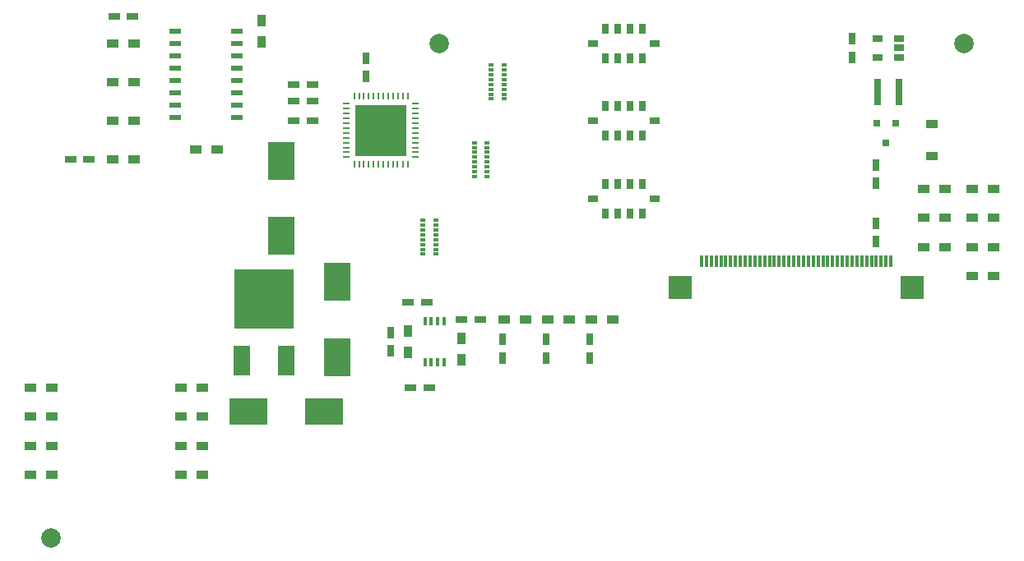
<source format=gbr>
G04 #@! TF.FileFunction,Paste,Top*
%FSLAX46Y46*%
G04 Gerber Fmt 4.6, Leading zero omitted, Abs format (unit mm)*
G04 Created by KiCad (PCBNEW 4.0.5+dfsg1-4) date Wed Jan 10 10:44:42 2018*
%MOMM*%
%LPD*%
G01*
G04 APERTURE LIST*
%ADD10C,0.100000*%
%ADD11R,2.700020X4.000500*%
%ADD12O,0.750000X0.250000*%
%ADD13O,0.250000X0.750000*%
%ADD14R,5.300000X5.300000*%
%ADD15R,0.600000X0.350000*%
%ADD16R,0.300000X1.200000*%
%ADD17R,2.400000X2.400000*%
%ADD18R,0.700000X1.000000*%
%ADD19R,1.000000X0.800000*%
%ADD20R,0.800100X0.800100*%
%ADD21R,0.800000X2.700000*%
%ADD22R,1.220000X0.910000*%
%ADD23R,1.200000X0.750000*%
%ADD24R,0.750000X1.200000*%
%ADD25R,4.000500X2.700020*%
%ADD26R,1.200000X0.900000*%
%ADD27R,0.900000X1.200000*%
%ADD28R,1.143000X0.508000*%
%ADD29R,1.651000X3.048000*%
%ADD30R,6.096000X6.096000*%
%ADD31R,0.420000X0.890000*%
%ADD32R,1.060000X0.650000*%
%ADD33C,2.000000*%
G04 APERTURE END LIST*
D10*
D11*
X101750000Y-80888740D03*
X101750000Y-73111260D03*
D12*
X115525000Y-69750000D03*
X115525000Y-70250000D03*
X115525000Y-70750000D03*
X115525000Y-71250000D03*
X115525000Y-71750000D03*
X115525000Y-72250000D03*
X115525000Y-72750000D03*
X115525000Y-69250000D03*
X115525000Y-68750000D03*
X115525000Y-68250000D03*
X115525000Y-67750000D03*
X108475000Y-67250000D03*
X108475000Y-67750000D03*
X108475000Y-68250000D03*
X108475000Y-68750000D03*
X108475000Y-69250000D03*
X108475000Y-69750000D03*
X108475000Y-70250000D03*
X108475000Y-70750000D03*
X108475000Y-71250000D03*
X108475000Y-71750000D03*
X108475000Y-72250000D03*
X108475000Y-72750000D03*
D13*
X112250000Y-66475000D03*
X112750000Y-66475000D03*
X113250000Y-66475000D03*
X113750000Y-66475000D03*
X114250000Y-66475000D03*
X114750000Y-66475000D03*
X111750000Y-66475000D03*
X111250000Y-66475000D03*
X110750000Y-66475000D03*
X110250000Y-66475000D03*
X109750000Y-66475000D03*
X109250000Y-66475000D03*
X114750000Y-73525000D03*
X114250000Y-73525000D03*
X113725000Y-73525000D03*
X113250000Y-73525000D03*
X112750000Y-73525000D03*
X112250000Y-73525000D03*
X111750000Y-73525000D03*
X111250000Y-73525000D03*
X110750000Y-73525000D03*
X110250000Y-73525000D03*
X109750000Y-73525000D03*
X109250000Y-73525000D03*
D12*
X115525000Y-67250000D03*
D14*
X112000000Y-70000000D03*
D15*
X116350000Y-79250000D03*
X116350000Y-79750000D03*
X116350000Y-80250000D03*
X116350000Y-80750000D03*
X116350000Y-81250000D03*
X116350000Y-81750000D03*
X116350000Y-82250000D03*
X116350000Y-82750000D03*
X117650000Y-82750000D03*
X117650000Y-82250000D03*
X117650000Y-81750000D03*
X117650000Y-81250000D03*
X117650000Y-80750000D03*
X117650000Y-80250000D03*
X117650000Y-79750000D03*
X117650000Y-79250000D03*
X121600000Y-71250000D03*
X121600000Y-71750000D03*
X121600000Y-72250000D03*
X121600000Y-72750000D03*
X121600000Y-73250000D03*
X121600000Y-73750000D03*
X121600000Y-74250000D03*
X121600000Y-74750000D03*
X122900000Y-74750000D03*
X122900000Y-74250000D03*
X122900000Y-73750000D03*
X122900000Y-73250000D03*
X122900000Y-72750000D03*
X122900000Y-72250000D03*
X122900000Y-71750000D03*
X122900000Y-71250000D03*
X123350000Y-63250000D03*
X123350000Y-63750000D03*
X123350000Y-64250000D03*
X123350000Y-64750000D03*
X123350000Y-65250000D03*
X123350000Y-65750000D03*
X123350000Y-66250000D03*
X123350000Y-66750000D03*
X124650000Y-66750000D03*
X124650000Y-66250000D03*
X124650000Y-65750000D03*
X124650000Y-65250000D03*
X124650000Y-64750000D03*
X124650000Y-64250000D03*
X124650000Y-63750000D03*
X124650000Y-63250000D03*
D16*
X164500000Y-83500000D03*
X164000000Y-83500000D03*
X163500000Y-83500000D03*
X163000000Y-83500000D03*
X162500000Y-83500000D03*
X162000000Y-83500000D03*
X161500000Y-83500000D03*
X161000000Y-83500000D03*
X160500000Y-83500000D03*
X160000000Y-83500000D03*
X159500000Y-83500000D03*
X159000000Y-83500000D03*
X158500000Y-83500000D03*
X158000000Y-83500000D03*
X157500000Y-83500000D03*
X157000000Y-83500000D03*
X156500000Y-83500000D03*
X156000000Y-83500000D03*
X155500000Y-83500000D03*
X155000000Y-83500000D03*
X154500000Y-83500000D03*
X154000000Y-83500000D03*
X153500000Y-83500000D03*
X153000000Y-83500000D03*
X152500000Y-83500000D03*
X152000000Y-83500000D03*
X151500000Y-83500000D03*
X151000000Y-83500000D03*
X150500000Y-83500000D03*
X150000000Y-83500000D03*
X149500000Y-83500000D03*
X149000000Y-83500000D03*
X148500000Y-83500000D03*
X148000000Y-83500000D03*
X147500000Y-83500000D03*
X147000000Y-83500000D03*
X146500000Y-83500000D03*
X146000000Y-83500000D03*
X145500000Y-83500000D03*
X145000000Y-83500000D03*
D17*
X166650000Y-86200000D03*
X142850000Y-86200000D03*
D18*
X135095000Y-59476000D03*
X136365000Y-59476000D03*
X137635000Y-59476000D03*
X138905000Y-59476000D03*
X135095000Y-62524000D03*
X136365000Y-62524000D03*
X137635000Y-62524000D03*
X138905000Y-62524000D03*
D19*
X133825000Y-61000000D03*
X140175000Y-61000000D03*
D18*
X135095000Y-67476000D03*
X136365000Y-67476000D03*
X137635000Y-67476000D03*
X138905000Y-67476000D03*
X135095000Y-70524000D03*
X136365000Y-70524000D03*
X137635000Y-70524000D03*
X138905000Y-70524000D03*
D19*
X133825000Y-69000000D03*
X140175000Y-69000000D03*
D18*
X135095000Y-75476000D03*
X136365000Y-75476000D03*
X137635000Y-75476000D03*
X138905000Y-75476000D03*
X135095000Y-78524000D03*
X136365000Y-78524000D03*
X137635000Y-78524000D03*
X138905000Y-78524000D03*
D19*
X133825000Y-77000000D03*
X140175000Y-77000000D03*
D20*
X164950000Y-69249240D03*
X163050000Y-69249240D03*
X164000000Y-71248220D03*
D21*
X163150000Y-66000000D03*
X165350000Y-66000000D03*
D22*
X168750000Y-72635000D03*
X168750000Y-69365000D03*
D23*
X81950000Y-73000000D03*
X80050000Y-73000000D03*
X104950000Y-67000000D03*
X103050000Y-67000000D03*
D24*
X110500000Y-64450000D03*
X110500000Y-62550000D03*
D25*
X98361260Y-99000000D03*
X106138740Y-99000000D03*
D23*
X104950000Y-69000000D03*
X103050000Y-69000000D03*
D24*
X129000000Y-91550000D03*
X129000000Y-93450000D03*
D23*
X104950000Y-65250000D03*
X103050000Y-65250000D03*
D24*
X124500000Y-91550000D03*
X124500000Y-93450000D03*
D23*
X120300000Y-89500000D03*
X122200000Y-89500000D03*
X116700000Y-87750000D03*
X114800000Y-87750000D03*
D24*
X160500000Y-62450000D03*
X160500000Y-60550000D03*
X113000000Y-92700000D03*
X113000000Y-90800000D03*
D23*
X115050000Y-96500000D03*
X116950000Y-96500000D03*
D24*
X163000000Y-73550000D03*
X163000000Y-75450000D03*
D26*
X91400000Y-105500000D03*
X93600000Y-105500000D03*
X91400000Y-102500000D03*
X93600000Y-102500000D03*
X91400000Y-99500000D03*
X93600000Y-99500000D03*
X91400000Y-96500000D03*
X93600000Y-96500000D03*
X78100000Y-96500000D03*
X75900000Y-96500000D03*
X78100000Y-99500000D03*
X75900000Y-99500000D03*
X78100000Y-102500000D03*
X75900000Y-102500000D03*
X78100000Y-105500000D03*
X75900000Y-105500000D03*
X86600000Y-61000000D03*
X84400000Y-61000000D03*
X86600000Y-65000000D03*
X84400000Y-65000000D03*
X86600000Y-73000000D03*
X84400000Y-73000000D03*
X86600000Y-69000000D03*
X84400000Y-69000000D03*
X95100000Y-72000000D03*
X92900000Y-72000000D03*
D27*
X99750000Y-60850000D03*
X99750000Y-58650000D03*
D26*
X133650000Y-89500000D03*
X135850000Y-89500000D03*
X129150000Y-89500000D03*
X131350000Y-89500000D03*
X124650000Y-89500000D03*
X126850000Y-89500000D03*
D27*
X120250000Y-93600000D03*
X120250000Y-91400000D03*
X114750000Y-92850000D03*
X114750000Y-90650000D03*
D26*
X170100000Y-76000000D03*
X167900000Y-76000000D03*
X167900000Y-79000000D03*
X170100000Y-79000000D03*
X167900000Y-82000000D03*
X170100000Y-82000000D03*
X172900000Y-76000000D03*
X175100000Y-76000000D03*
X172900000Y-79000000D03*
X175100000Y-79000000D03*
X172900000Y-82000000D03*
X175100000Y-82000000D03*
D28*
X97175000Y-59805000D03*
X97175000Y-62345000D03*
X97175000Y-63615000D03*
X97175000Y-64885000D03*
X97175000Y-66155000D03*
X97175000Y-67425000D03*
X97175000Y-68695000D03*
X90825000Y-68695000D03*
X90825000Y-67425000D03*
X90825000Y-66155000D03*
X90825000Y-64885000D03*
X90825000Y-63615000D03*
X90825000Y-62345000D03*
X90825000Y-61075000D03*
X90825000Y-59805000D03*
X97175000Y-61075000D03*
D29*
X97714000Y-93750000D03*
D30*
X100000000Y-87400000D03*
D29*
X102286000Y-93750000D03*
D31*
X118475000Y-89645000D03*
X117825000Y-89645000D03*
X117175000Y-89645000D03*
X116525000Y-89645000D03*
X116525000Y-93855000D03*
X117175000Y-93855000D03*
X117825000Y-93855000D03*
X118475000Y-93855000D03*
D32*
X165350000Y-62450000D03*
X165350000Y-61500000D03*
X165350000Y-60550000D03*
X163150000Y-60550000D03*
X163150000Y-62450000D03*
D26*
X172900000Y-85000000D03*
X175100000Y-85000000D03*
D11*
X107500000Y-93388740D03*
X107500000Y-85611260D03*
D24*
X133500000Y-91550000D03*
X133500000Y-93450000D03*
X163000000Y-81450000D03*
X163000000Y-79550000D03*
D23*
X86450000Y-58250000D03*
X84550000Y-58250000D03*
D33*
X172000000Y-61000000D03*
X118000000Y-61000000D03*
X78000000Y-112000000D03*
M02*

</source>
